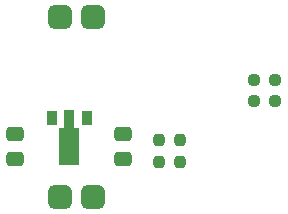
<source format=gtp>
G04 #@! TF.GenerationSoftware,KiCad,Pcbnew,6.0.11*
G04 #@! TF.CreationDate,2025-02-19T14:47:37+01:00*
G04 #@! TF.ProjectId,JetiMiniVarioPCB,4a657469-4d69-46e6-9956-6172696f5043,rev?*
G04 #@! TF.SameCoordinates,Original*
G04 #@! TF.FileFunction,Paste,Top*
G04 #@! TF.FilePolarity,Positive*
%FSLAX46Y46*%
G04 Gerber Fmt 4.6, Leading zero omitted, Abs format (unit mm)*
G04 Created by KiCad (PCBNEW 6.0.11) date 2025-02-19 14:47:37*
%MOMM*%
%LPD*%
G01*
G04 APERTURE LIST*
G04 Aperture macros list*
%AMRoundRect*
0 Rectangle with rounded corners*
0 $1 Rounding radius*
0 $2 $3 $4 $5 $6 $7 $8 $9 X,Y pos of 4 corners*
0 Add a 4 corners polygon primitive as box body*
4,1,4,$2,$3,$4,$5,$6,$7,$8,$9,$2,$3,0*
0 Add four circle primitives for the rounded corners*
1,1,$1+$1,$2,$3*
1,1,$1+$1,$4,$5*
1,1,$1+$1,$6,$7*
1,1,$1+$1,$8,$9*
0 Add four rect primitives between the rounded corners*
20,1,$1+$1,$2,$3,$4,$5,0*
20,1,$1+$1,$4,$5,$6,$7,0*
20,1,$1+$1,$6,$7,$8,$9,0*
20,1,$1+$1,$8,$9,$2,$3,0*%
%AMFreePoly0*
4,1,9,3.862500,-0.866500,0.737500,-0.866500,0.737500,-0.450000,-0.737500,-0.450000,-0.737500,0.450000,0.737500,0.450000,0.737500,0.866500,3.862500,0.866500,3.862500,-0.866500,3.862500,-0.866500,$1*%
G04 Aperture macros list end*
%ADD10RoundRect,0.237500X-0.250000X-0.237500X0.250000X-0.237500X0.250000X0.237500X-0.250000X0.237500X0*%
%ADD11RoundRect,0.500000X0.500000X-0.500000X0.500000X0.500000X-0.500000X0.500000X-0.500000X-0.500000X0*%
%ADD12RoundRect,0.237500X0.237500X-0.250000X0.237500X0.250000X-0.237500X0.250000X-0.237500X-0.250000X0*%
%ADD13R,0.900000X1.300000*%
%ADD14FreePoly0,270.000000*%
%ADD15RoundRect,0.250000X-0.475000X0.337500X-0.475000X-0.337500X0.475000X-0.337500X0.475000X0.337500X0*%
G04 APERTURE END LIST*
D10*
X109069500Y-75692000D03*
X110894500Y-75692000D03*
D11*
X92710000Y-68580000D03*
D12*
X102870000Y-80819000D03*
X102870000Y-78994000D03*
D13*
X94972000Y-77090000D03*
D14*
X93472000Y-77177500D03*
D13*
X91972000Y-77090000D03*
D11*
X95504000Y-68580000D03*
D15*
X88900000Y-78486000D03*
X88900000Y-80561000D03*
D11*
X92710000Y-83820000D03*
X95504000Y-83820000D03*
D15*
X98044000Y-78486000D03*
X98044000Y-80561000D03*
D12*
X101092000Y-80819000D03*
X101092000Y-78994000D03*
D10*
X109069500Y-73914000D03*
X110894500Y-73914000D03*
M02*

</source>
